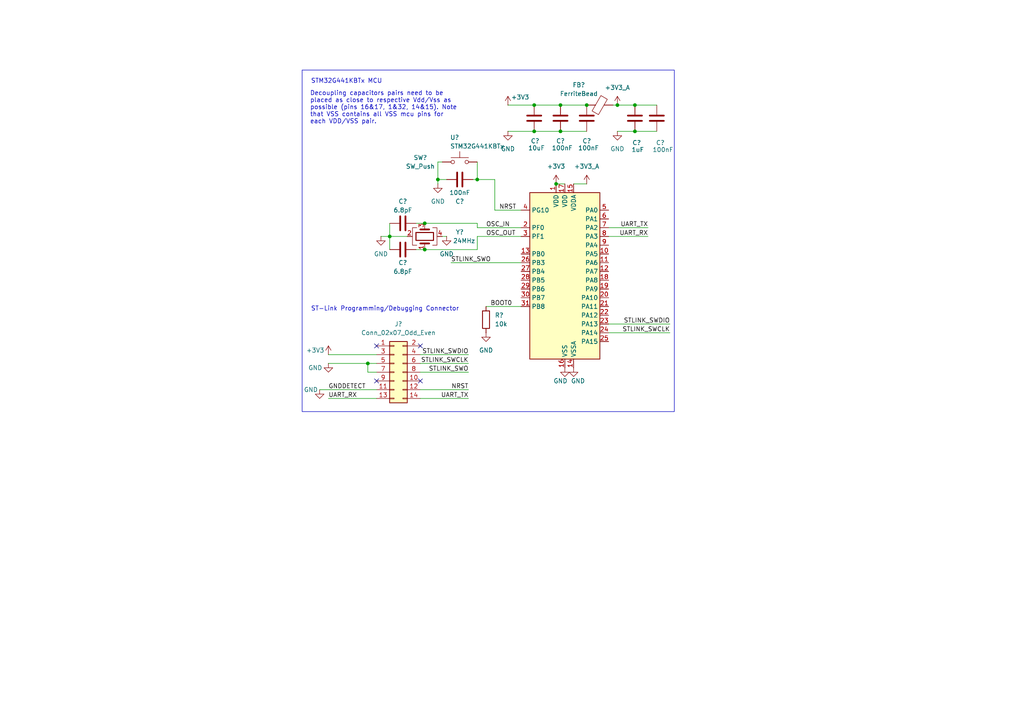
<source format=kicad_sch>
(kicad_sch (version 20250114) (generator "eeschema") (generator_version "9.0")
  (paper "A4")
  (lib_symbols
    (symbol "Connector_Generic:Conn_02x07_Odd_Even" (pin_names (offset 1.016) (hide yes))
      (property "Reference" "J" (at 1.27 10.16 0))
      (property "Value" "Conn_02x07_Odd_Even" (at 1.27 -10.16 0))
      (symbol "Conn_02x07_Odd_Even_1_1"
        (rectangle (start -1.27 8.89) (end 3.81 -8.89) (stroke (width 0.254)) (fill (type background)))
        (rectangle (start -1.27 7.747) (end 0 7.493) (stroke (width 0.1524)))
        (rectangle (start -1.27 5.207) (end 0 4.953) (stroke (width 0.1524)))
        (rectangle (start -1.27 2.667) (end 0 2.413) (stroke (width 0.1524)))
        (rectangle (start -1.27 0.127) (end 0 -0.127) (stroke (width 0.1524)))
        (rectangle (start -1.27 -2.413) (end 0 -2.667) (stroke (width 0.1524)))
        (rectangle (start -1.27 -4.953) (end 0 -5.207) (stroke (width 0.1524)))
        (rectangle (start -1.27 -7.493) (end 0 -7.747) (stroke (width 0.1524)))
        (rectangle (start 3.81 7.747) (end 2.54 7.493) (stroke (width 0.1524)))
        (rectangle (start 3.81 5.207) (end 2.54 4.953) (stroke (width 0.1524)))
        (rectangle (start 3.81 2.667) (end 2.54 2.413) (stroke (width 0.1524)))
        (rectangle (start 3.81 0.127) (end 2.54 -0.127) (stroke (width 0.1524)))
        (rectangle (start 3.81 -2.413) (end 2.54 -2.667) (stroke (width 0.1524)))
        (rectangle (start 3.81 -4.953) (end 2.54 -5.207) (stroke (width 0.1524)))
        (rectangle (start 3.81 -7.493) (end 2.54 -7.747) (stroke (width 0.1524)))
        (pin passive line (at -5.08 7.62 0) (length 3.81) (name "Pin_1") (number "1"))
        (pin passive line (at -5.08 5.08 0) (length 3.81) (name "Pin_3") (number "3"))
        (pin passive line (at -5.08 2.54 0) (length 3.81) (name "Pin_5") (number "5"))
        (pin passive line (at -5.08 0 0) (length 3.81) (name "Pin_7") (number "7"))
        (pin passive line (at -5.08 -2.54 0) (length 3.81) (name "Pin_9") (number "9"))
        (pin passive line (at -5.08 -5.08 0) (length 3.81) (name "Pin_11") (number "11"))
        (pin passive line (at -5.08 -7.62 0) (length 3.81) (name "Pin_13") (number "13"))
        (pin passive line (at 7.62 7.62 180) (length 3.81) (name "Pin_2") (number "2"))
        (pin passive line (at 7.62 5.08 180) (length 3.81) (name "Pin_4") (number "4"))
        (pin passive line (at 7.62 2.54 180) (length 3.81) (name "Pin_6") (number "6"))
        (pin passive line (at 7.62 0 180) (length 3.81) (name "Pin_8") (number "8"))
        (pin passive line (at 7.62 -2.54 180) (length 3.81) (name "Pin_10") (number "10"))
        (pin passive line (at 7.62 -5.08 180) (length 3.81) (name "Pin_12") (number "12"))
        (pin passive line (at 7.62 -7.62 180) (length 3.81) (name "Pin_14") (number "14"))
      )
    )
    (symbol "Device:C" (pin_numbers (hide yes)) (pin_names (offset 0.254))
      (property "Reference" "C" (at 0.635 2.54 0))
      (property "Value" "C" (at 0.635 -2.54 0))
      (symbol "C_0_1"
        (polyline (pts (xy -2.032 0.762) (xy 2.032 0.762)) (stroke (width 0.508)))
        (polyline (pts (xy -2.032 -0.762) (xy 2.032 -0.762)) (stroke (width 0.508)))
      )
      (symbol "C_1_1"
        (pin passive line (at 0 3.81 270) (length 2.794) (name "~") (number "1"))
        (pin passive line (at 0 -3.81 90) (length 2.794) (name "~") (number "2"))
      )
    )
    (symbol "Device:Crystal_GND24" (pin_names (offset 1.016) (hide yes))
      (property "Reference" "Y" (at 3.175 5.08 0))
      (property "Value" "Crystal_GND24" (at 3.175 3.175 0))
      (symbol "Crystal_GND24_0_1"
        (polyline (pts (xy -2.54 2.286) (xy -2.54 3.556) (xy 2.54 3.556) (xy 2.54 2.286)))
        (polyline (pts (xy -2.54 0) (xy -2.032 0)))
        (polyline (pts (xy -2.54 -2.286) (xy -2.54 -3.556) (xy 2.54 -3.556) (xy 2.54 -2.286)))
        (polyline (pts (xy -2.032 -1.27) (xy -2.032 1.27)) (stroke (width 0.508)))
        (rectangle (start -1.143 2.54) (end 1.143 -2.54) (stroke (width 0.3048)))
        (polyline (pts (xy 0 3.556) (xy 0 3.81)))
        (polyline (pts (xy 0 -3.81) (xy 0 -3.556)))
        (polyline (pts (xy 2.032 0) (xy 2.54 0)))
        (polyline (pts (xy 2.032 -1.27) (xy 2.032 1.27)) (stroke (width 0.508)))
      )
      (symbol "Crystal_GND24_1_1"
        (pin passive line (at -3.81 0 0) (length 1.27) (name "1") (number "1"))
        (pin passive line (at 0 5.08 270) (length 1.27) (name "2") (number "2"))
        (pin passive line (at 0 -5.08 90) (length 1.27) (name "4") (number "4"))
        (pin passive line (at 3.81 0 180) (length 1.27) (name "3") (number "3"))
      )
    )
    (symbol "Device:FerriteBead" (pin_numbers (hide yes)) (pin_names (offset 0))
      (property "Reference" "FB" (at -3.81 0.635 90))
      (property "Value" "FerriteBead" (at 3.81 0 90))
      (symbol "FerriteBead_0_1"
        (polyline (pts (xy -2.7686 0.4064) (xy -1.7018 2.2606) (xy 2.7686 -0.3048) (xy 1.6764 -2.159) (xy -2.7686 0.4064)))
        (polyline (pts (xy 0 1.27) (xy 0 1.2954)))
        (polyline (pts (xy 0 -1.27) (xy 0 -1.2192)))
      )
      (symbol "FerriteBead_1_1"
        (pin passive line (at 0 3.81 270) (length 2.54) (name "~") (number "1"))
        (pin passive line (at 0 -3.81 90) (length 2.54) (name "~") (number "2"))
      )
    )
    (symbol "Device:R" (pin_numbers (hide yes)) (pin_names (offset 0))
      (property "Reference" "R" (at 2.032 0 90))
      (property "Value" "R" (at 0 0 90))
      (symbol "R_0_1"
        (rectangle (start -1.016 -2.54) (end 1.016 2.54) (stroke (width 0.254)))
      )
      (symbol "R_1_1"
        (pin passive line (at 0 3.81 270) (length 1.27) (name "~") (number "1"))
        (pin passive line (at 0 -3.81 90) (length 1.27) (name "~") (number "2"))
      )
    )
    (symbol "MCU_ST_STM32G4:STM32G441KBTx"
      (property "Reference" "U" (at -10.16 26.67 0))
      (property "Value" "STM32G441KBTx" (at 5.08 26.67 0))
      (symbol "STM32G441KBTx_0_1"
        (rectangle (start -10.16 -22.86) (end 10.16 25.4) (stroke (width 0.254)) (fill (type background)))
      )
      (symbol "STM32G441KBTx_1_1"
        (pin bidirectional line (at -12.7 20.32 0) (length 2.54) (name "PG10") (number "4"))
        (pin bidirectional line (at -12.7 15.24 0) (length 2.54) (name "PF0") (number "2"))
        (pin bidirectional line (at -12.7 12.7 0) (length 2.54) (name "PF1") (number "3"))
        (pin bidirectional line (at -12.7 7.62 0) (length 2.54) (name "PB0") (number "13"))
        (pin bidirectional line (at -12.7 5.08 0) (length 2.54) (name "PB3") (number "26"))
        (pin bidirectional line (at -12.7 2.54 0) (length 2.54) (name "PB4") (number "27"))
        (pin bidirectional line (at -12.7 0 0) (length 2.54) (name "PB5") (number "28"))
        (pin bidirectional line (at -12.7 -2.54 0) (length 2.54) (name "PB6") (number "29"))
        (pin bidirectional line (at -12.7 -5.08 0) (length 2.54) (name "PB7") (number "30"))
        (pin bidirectional line (at -12.7 -7.62 0) (length 2.54) (name "PB8") (number "31"))
        (pin power_in line (at -2.54 27.94 270) (length 2.54) (name "VDD") (number "1"))
        (pin power_in line (at 0 27.94 270) (length 2.54) (name "VDD") (number "17"))
        (pin power_in line (at 0 -25.4 90) (length 2.54) (name "VSS") (number "16"))
        (pin passive line (at 0 -25.4 90) (length 2.54) (hide yes) (name "VSS") (number "32"))
        (pin power_in line (at 2.54 27.94 270) (length 2.54) (name "VDDA") (number "15"))
        (pin power_in line (at 2.54 -25.4 90) (length 2.54) (name "VSSA") (number "14"))
        (pin bidirectional line (at 12.7 20.32 180) (length 2.54) (name "PA0") (number "5"))
        (pin bidirectional line (at 12.7 17.78 180) (length 2.54) (name "PA1") (number "6"))
        (pin bidirectional line (at 12.7 15.24 180) (length 2.54) (name "PA2") (number "7"))
        (pin bidirectional line (at 12.7 12.7 180) (length 2.54) (name "PA3") (number "8"))
        (pin bidirectional line (at 12.7 10.16 180) (length 2.54) (name "PA4") (number "9"))
        (pin bidirectional line (at 12.7 7.62 180) (length 2.54) (name "PA5") (number "10"))
        (pin bidirectional line (at 12.7 5.08 180) (length 2.54) (name "PA6") (number "11"))
        (pin bidirectional line (at 12.7 2.54 180) (length 2.54) (name "PA7") (number "12"))
        (pin bidirectional line (at 12.7 0 180) (length 2.54) (name "PA8") (number "18"))
        (pin bidirectional line (at 12.7 -2.54 180) (length 2.54) (name "PA9") (number "19"))
        (pin bidirectional line (at 12.7 -5.08 180) (length 2.54) (name "PA10") (number "20"))
        (pin bidirectional line (at 12.7 -7.62 180) (length 2.54) (name "PA11") (number "21"))
        (pin bidirectional line (at 12.7 -10.16 180) (length 2.54) (name "PA12") (number "22"))
        (pin bidirectional line (at 12.7 -12.7 180) (length 2.54) (name "PA13") (number "23"))
        (pin bidirectional line (at 12.7 -15.24 180) (length 2.54) (name "PA14") (number "24"))
        (pin bidirectional line (at 12.7 -17.78 180) (length 2.54) (name "PA15") (number "25"))
      )
    )
    (symbol "Switch:SW_Push" (pin_numbers (hide yes)) (pin_names (offset 1.016) (hide yes))
      (property "Reference" "SW" (at 1.27 2.54 0))
      (property "Value" "SW_Push" (at 0 -1.524 0))
      (symbol "SW_Push_0_1"
        (circle (center -2.032 0) (radius 0.508))
        (polyline (pts (xy 0 1.27) (xy 0 3.048)))
        (circle (center 2.032 0) (radius 0.508))
        (polyline (pts (xy 2.54 1.27) (xy -2.54 1.27)))
        (pin passive line (at -5.08 0 0) (length 2.54) (name "1") (number "1"))
        (pin passive line (at 5.08 0 180) (length 2.54) (name "2") (number "2"))
      )
    )
    (symbol "power:+3V3" (power) (pin_numbers (hide yes)) (pin_names (offset 0) (hide yes))
      (property "Value" "+3V3" (at 0 3.556 0))
      (symbol "+3V3_0_1"
        (polyline (pts (xy -0.762 1.27) (xy 0 2.54)))
        (polyline (pts (xy 0 2.54) (xy 0.762 1.27)))
        (polyline (pts (xy 0 0) (xy 0 2.54)))
      )
      (symbol "+3V3_1_1"
        (pin power_in line (at 0 0 90) (length 0) (name "~") (number "1"))
      )
    )
    (symbol "power:GND" (power) (pin_numbers (hide yes)) (pin_names (offset 0) (hide yes))
      (property "Value" "GND" (at 0 -3.81 0))
      (symbol "GND_0_1"
        (polyline (pts (xy 0 0) (xy 0 -1.27) (xy 1.27 -1.27) (xy 0 -2.54) (xy -1.27 -1.27) (xy 0 -1.27)))
      )
      (symbol "GND_1_1"
        (pin power_in line (at 0 0 270) (length 0) (name "~") (number "1"))
      )
    )
  )
  (rectangle (start 87.63 20.32) (end 195.58 119.38))
  (text "STM32G441KBTx MCU" (at 90.17 22.86 0) (effects (font (size 1.27 1.27)) (justify left top)))
  (text "Decoupling capacitors pairs need to be\nplaced as close to respective Vdd/Vss as\npossible (pins 16&17, 1&32, 14&15). Note\nthat VSS contains all VSS mcu pins for\neach VDD/VSS pair." (at 89.916 31.242 0) (effects (font (size 1.27 1.27)) (justify left)))
  (text "ST-Link Programming/Debugging Connector" (at 90.17 88.9 0) (effects (font (size 1.27 1.27)) (justify left top)))
  (junction (at 184.15 38.1))
  (junction (at 106.68 105.41))
  (junction (at 138.43 52.07))
  (junction (at 123.19 64.77))
  (junction (at 162.56 38.1))
  (junction (at 170.18 30.48))
  (junction (at 154.94 30.48))
  (junction (at 154.94 38.1))
  (junction (at 184.15 30.48))
  (junction (at 123.19 72.39))
  (junction (at 161.29 53.34))
  (junction (at 113.03 68.58))
  (junction (at 127 52.07))
  (junction (at 162.56 30.48))
  (junction (at 179.07 30.48))
  (no_connect (at 109.22 110.49))
  (no_connect (at 109.22 100.33))
  (no_connect (at 121.92 110.49))
  (no_connect (at 121.92 100.33))
  (wire (pts (xy 109.22 107.95) (xy 106.68 107.95)))
  (wire (pts (xy 110.49 68.58) (xy 113.03 68.58)))
  (wire (pts (xy 176.53 68.58) (xy 187.96 68.58)))
  (wire (pts (xy 176.53 96.52) (xy 194.31 96.52)))
  (wire (pts (xy 127 53.34) (xy 127 52.07)))
  (wire (pts (xy 92.71 113.03) (xy 109.22 113.03)))
  (wire (pts (xy 138.43 72.39) (xy 138.43 68.58)))
  (wire (pts (xy 176.53 66.04) (xy 187.96 66.04)))
  (wire (pts (xy 162.56 38.1) (xy 170.18 38.1)))
  (wire (pts (xy 127 52.07) (xy 129.54 52.07)))
  (wire (pts (xy 121.92 107.95) (xy 135.89 107.95)))
  (wire (pts (xy 147.32 30.48) (xy 154.94 30.48)))
  (wire (pts (xy 147.32 38.1) (xy 154.94 38.1)))
  (wire (pts (xy 121.92 113.03) (xy 135.89 113.03)))
  (wire (pts (xy 127 46.99) (xy 127 52.07)))
  (wire (pts (xy 121.92 102.87) (xy 135.89 102.87)))
  (wire (pts (xy 123.19 64.77) (xy 138.43 64.77)))
  (wire (pts (xy 143.51 60.96) (xy 151.13 60.96)))
  (wire (pts (xy 138.43 64.77) (xy 138.43 66.04)))
  (wire (pts (xy 162.56 30.48) (xy 170.18 30.48)))
  (wire (pts (xy 128.27 68.58) (xy 129.54 68.58)))
  (wire (pts (xy 137.16 52.07) (xy 138.43 52.07)))
  (wire (pts (xy 154.94 38.1) (xy 162.56 38.1)))
  (wire (pts (xy 113.03 68.58) (xy 118.11 68.58)))
  (wire (pts (xy 113.03 68.58) (xy 113.03 72.39)))
  (wire (pts (xy 179.07 30.48) (xy 184.15 30.48)))
  (wire (pts (xy 138.43 46.99) (xy 138.43 52.07)))
  (wire (pts (xy 106.68 107.95) (xy 106.68 105.41)))
  (wire (pts (xy 135.89 105.41) (xy 121.92 105.41)))
  (wire (pts (xy 130.81 76.2) (xy 151.13 76.2)))
  (wire (pts (xy 161.29 53.34) (xy 163.83 53.34)))
  (wire (pts (xy 138.43 68.58) (xy 151.13 68.58)))
  (wire (pts (xy 120.65 72.39) (xy 123.19 72.39)))
  (wire (pts (xy 154.94 30.48) (xy 162.56 30.48)))
  (wire (pts (xy 184.15 38.1) (xy 190.5 38.1)))
  (wire (pts (xy 95.25 102.87) (xy 109.22 102.87)))
  (wire (pts (xy 179.07 38.1) (xy 184.15 38.1)))
  (wire (pts (xy 95.25 105.41) (xy 106.68 105.41)))
  (wire (pts (xy 140.97 88.9) (xy 151.13 88.9)))
  (wire (pts (xy 177.8 30.48) (xy 179.07 30.48)))
  (wire (pts (xy 138.43 66.04) (xy 151.13 66.04)))
  (wire (pts (xy 143.51 52.07) (xy 138.43 52.07)))
  (wire (pts (xy 106.68 105.41) (xy 109.22 105.41)))
  (wire (pts (xy 109.22 115.57) (xy 95.25 115.57)))
  (wire (pts (xy 121.92 115.57) (xy 135.89 115.57)))
  (wire (pts (xy 166.37 53.34) (xy 170.18 53.34)))
  (wire (pts (xy 127 46.99) (xy 128.27 46.99)))
  (wire (pts (xy 123.19 72.39) (xy 138.43 72.39)))
  (wire (pts (xy 120.65 64.77) (xy 123.19 64.77)))
  (wire (pts (xy 184.15 30.48) (xy 190.5 30.48)))
  (wire (pts (xy 143.51 60.96) (xy 143.51 52.07)))
  (wire (pts (xy 176.53 93.98) (xy 194.31 93.98)))
  (wire (pts (xy 113.03 64.77) (xy 113.03 68.58)))
  (label "UART_RX" (at 187.96 68.58 180))
  (label "STLINK_SWCLK" (at 194.31 96.52 180))
  (label "STLINK_SWO" (at 130.81 76.2 0))
  (label "UART_RX" (at 95.25 115.57 0))
  (label "BOOT0" (at 142.24 88.9 0))
  (label "STLINK_SWO" (at 135.89 107.95 180))
  (label "STLINK_SWDIO" (at 135.89 102.87 180))
  (label "UART_TX" (at 135.89 115.57 180))
  (label "GNDDETECT" (at 95.25 113.03 0))
  (label "STLINK_SWCLK" (at 135.89 105.41 180))
  (label "STLINK_SWDIO" (at 194.31 93.98 180))
  (label "NRST" (at 144.78 60.96 0))
  (label "OSC_IN" (at 140.97 66.04 0))
  (label "NRST" (at 135.89 113.03 180))
  (label "UART_TX" (at 187.96 66.04 180))
  (label "OSC_OUT" (at 140.97 68.58 0))
  (symbol (lib_id "power:GND") (at 127 53.34 0) (unit 1)
    (property "Reference" "#PWR?" (effects (hide yes)))
    (property "Value" "GND" (at 127 58.42 0))
    (property "Description" "Power symbol creates a global label with name \"GND\" , ground" (effects (hide yes)))
  )
  (symbol (lib_id "Device:Crystal_GND24") (at 123.19 68.58 90) (unit 1)
    (property "Reference" "Y?" (at 133.35 67.31 90))
    (property "Value" "24MHz" (at 134.62 69.85 90))
    (property "Footprint" "Crystal:Crystal_SMD_2016-4Pin_2.0x1.6mm" (effects (hide yes)))
    (property "Datasheet" "https://ecsxtal.com/store/pdf/ECX-1637B.pdf" (effects (hide yes)))
    (property "Description" "Four pin crystal, GND on pins 2 and 4" (effects (hide yes)))
    (property "Digi PN" "XC3063CT-ND" (effects (hide yes)))
    (property "MFG" "ECS" (effects (hide yes)))
    (property "MFG PN" "ECS-240-8-37B-CKY-TR" (effects (hide yes)))
  )
  (symbol (lib_id "MCU_ST_STM32G4:STM32G441KBTx") (at 163.83 81.28 0) (unit 1)
    (property "Reference" "U?" (at 130.556 39.878 0) (effects (justify left)))
    (property "Value" "STM32G441KBTx" (at 130.556 42.418 0) (effects (justify left)))
    (property "Footprint" "Package_QFP:LQFP-32_7x7mm_P0.8mm" (effects (hide yes)))
    (property "Datasheet" "https://www.st.com/resource/en/datasheet/stm32g441kb.pdf" (effects (hide yes)))
    (property "Description" "STMicroelectronics Arm Cortex-M4 MCU, 128KB flash, 32KB RAM, 170 MHz, 1.71-3.6V, 26 GPIO, LQFP32" (effects (hide yes)))
    (property "Digi PN" "497-STM32G441KBT6-ND" (effects (hide yes)))
    (property "MFG" "STM" (effects (hide yes)))
    (property "MFG PN" "STM32G441KBT6" (effects (hide yes)))
  )
  (symbol (lib_id "power:+3V3") (at 95.25 102.87 0) (unit 1)
    (property "Reference" "#PWR?" (effects (hide yes)))
    (property "Value" "+3V3" (at 91.44 101.6 0))
    (property "Description" "Power symbol creates a global label with name \"+3V3\"" (effects (hide yes)))
  )
  (symbol (lib_id "Device:C") (at 162.56 34.29 0) (mirror x) (unit 1)
    (property "Reference" "C?" (at 161.29 40.894 0) (effects (justify left)))
    (property "Value" "100nF" (at 160.02 42.926 0) (effects (justify left)))
    (property "Footprint" "Capacitor_SMD:C_0805_2012Metric_Pad1.18x1.45mm_HandSolder" (effects (hide yes)))
    (property "Datasheet" "https://www.yageo.com/upload/media/product/productsearch/datasheet/mlcc/UPY-GPHC_X7R_6.3V-to-250V_24.pdf" (effects (hide yes)))
    (property "Description" "Unpolarized capacitor" (effects (hide yes)))
    (property "Digi PN" "311-1140-1-ND" (effects (hide yes)))
    (property "MFG" "Yageo" (effects (hide yes)))
    (property "MFG PN" "CC0805KRX7R9BB104" (effects (hide yes)))
  )
  (symbol (lib_id "power:GND") (at 92.71 113.03 0) (unit 1)
    (property "Reference" "#PWR?" (effects (hide yes)))
    (property "Value" "GND" (at 90.17 113.03 0))
    (property "Description" "Power symbol creates a global label with name \"GND\" , ground" (effects (hide yes)))
  )
  (symbol (lib_id "power:GND") (at 95.25 105.41 0) (unit 1)
    (property "Reference" "#PWR?" (effects (hide yes)))
    (property "Value" "GND" (at 91.44 106.68 0))
    (property "Description" "Power symbol creates a global label with name \"GND\" , ground" (effects (hide yes)))
  )
  (symbol (lib_id "Device:C") (at 154.94 34.29 0) (mirror x) (unit 1)
    (property "Reference" "C?" (at 153.924 40.894 0) (effects (justify left)))
    (property "Value" "10uF" (at 153.162 42.926 0) (effects (justify left)))
    (property "Footprint" "Capacitor_SMD:C_0805_2012Metric_Pad1.18x1.45mm_HandSolder" (effects (hide yes)))
    (property "Datasheet" "https://mm.digikey.com/Volume0/opasdata/d220001/medias/docus/658/CL21A106KOQNNNG_Spec.pdf" (effects (hide yes)))
    (property "Description" "Unpolarized capacitor" (effects (hide yes)))
    (property "Digi PN" "1276-6455-1-ND" (effects (hide yes)))
    (property "MFG" "Samsung Electro-Mechanics" (effects (hide yes)))
    (property "MFG PN" "CL21A106KOQNNNG" (effects (hide yes)))
  )
  (symbol (lib_id "power:GND") (at 140.97 96.52 0) (mirror y) (unit 1)
    (property "Reference" "#PWR?" (effects (hide yes)))
    (property "Value" "GND" (at 140.97 101.6 0))
    (property "Description" "Power symbol creates a global label with name \"GND\" , ground" (effects (hide yes)))
  )
  (symbol (lib_id "Connector_Generic:Conn_02x07_Odd_Even") (at 114.3 107.95 0) (unit 1)
    (property "Reference" "J?" (at 115.57 93.98 0))
    (property "Value" "Conn_02x07_Odd_Even" (at 115.57 96.52 0))
    (property "Footprint" "Connector_PinHeader_1.27mm:PinHeader_2x07_P1.27mm_Vertical_SMD" (effects (hide yes)))
    (property "Datasheet" "https://mm.digikey.com/Volume0/opasdata/d220001/medias/docus/6209/ftsh-1xx-xx-xxx-dv-xxx-xxx-x-xx-mkt.pdf" (effects (hide yes)))
    (property "Description" "Generic connector, double row, 02x07, odd/even pin numbering scheme (row 1 odd numbers, row 2 even numbers), script generated (kicad-library-utils/schlib/autogen/connector/)" (effects (hide yes)))
    (property "MFG PN" "FTSH-107-01-F-DV-K-P-TR" (effects (hide yes)))
    (property "Digi PN" "SAM13170CT-ND" (effects (hide yes)))
  )
  (symbol (lib_id "power:GND") (at 179.07 38.1 0) (unit 1)
    (property "Reference" "#PWR?" (effects (hide yes)))
    (property "Value" "GND" (at 179.07 43.18 0))
    (property "Description" "Power symbol creates a global label with name \"GND\" , ground" (effects (hide yes)))
  )
  (symbol (lib_id "power:+3V3") (at 147.32 30.48 0) (unit 1)
    (property "Reference" "#PWR?" (effects (hide yes)))
    (property "Value" "+3V3" (at 150.876 28.194 0))
    (property "Description" "Power symbol creates a global label with name \"+3V3\"" (effects (hide yes)))
  )
  (symbol (lib_id "power:GND") (at 166.37 106.68 0) (unit 1)
    (property "Reference" "#PWR?" (effects (hide yes)))
    (property "Value" "GND" (at 167.64 110.49 0))
    (property "Description" "Power symbol creates a global label with name \"GND\" , ground" (effects (hide yes)))
  )
  (symbol (lib_id "power:GND") (at 163.83 106.68 0) (unit 1)
    (property "Reference" "#PWR?" (effects (hide yes)))
    (property "Value" "GND" (at 162.56 110.49 0))
    (property "Description" "Power symbol creates a global label with name \"GND\" , ground" (effects (hide yes)))
  )
  (symbol (lib_id "Device:C") (at 184.15 34.29 0) (unit 1)
    (property "Reference" "C?" (at 183.388 41.402 0) (effects (justify left)))
    (property "Value" "1uF" (at 183.134 43.434 0) (effects (justify left)))
    (property "Footprint" "Capacitor_SMD:C_0805_2012Metric_Pad1.18x1.45mm_HandSolder" (effects (hide yes)))
    (property "Datasheet" "https://mm.digikey.com/Volume0/opasdata/d220001/medias/docus/609/CL21B105KBFNNNE_Spec.pdf" (effects (hide yes)))
    (property "Description" "Unpolarized capacitor" (effects (hide yes)))
    (property "Digi PN" "1276-1029-1-ND" (effects (hide yes)))
    (property "MFG" "Samsung Electro-Mechanics" (effects (hide yes)))
    (property "MFG PN" "CL21B105KBFNNNE" (effects (hide yes)))
  )
  (symbol (lib_id "Device:C") (at 190.5 34.29 0) (unit 1)
    (property "Reference" "C?" (at 190.246 41.402 0) (effects (justify left)))
    (property "Value" "100nF" (at 189.23 43.434 0) (effects (justify left)))
    (property "Footprint" "Capacitor_SMD:C_0805_2012Metric_Pad1.18x1.45mm_HandSolder" (effects (hide yes)))
    (property "Datasheet" "https://www.yageo.com/upload/media/product/productsearch/datasheet/mlcc/UPY-GPHC_X7R_6.3V-to-250V_24.pdf" (effects (hide yes)))
    (property "Description" "Unpolarized capacitor" (effects (hide yes)))
    (property "Digi PN" "311-1140-1-ND" (effects (hide yes)))
    (property "MFG" "Yageo" (effects (hide yes)))
    (property "MFG PN" "CC0805KRX7R9BB104" (effects (hide yes)))
  )
  (symbol (lib_id "Device:C") (at 116.84 72.39 270) (unit 1)
    (property "Reference" "C?" (at 116.84 76.2 90))
    (property "Value" "6.8pF" (at 116.84 78.74 90))
    (property "Footprint" "Capacitor_SMD:C_0805_2012Metric_Pad1.18x1.45mm_HandSolder" (effects (hide yes)))
    (property "Datasheet" "https://www.yageo.com/en/Chart/Download/pdf/CC0805DRNPO9BN6R8" (effects (hide yes)))
    (property "Description" "Unpolarized capacitor" (effects (hide yes)))
    (property "Digi PN" "311-4155-1-ND" (effects (hide yes)))
    (property "MFG" "Yageo" (effects (hide yes)))
    (property "MFG PN" "CC0805DRNPO9BN6R8" (effects (hide yes)))
  )
  (symbol (lib_id "Device:C") (at 133.35 52.07 90) (mirror x) (unit 1)
    (property "Reference" "C?" (at 133.35 58.42 90))
    (property "Value" "100nF" (at 133.35 55.88 90))
    (property "Footprint" "Capacitor_SMD:C_0805_2012Metric_Pad1.18x1.45mm_HandSolder" (effects (hide yes)))
    (property "Datasheet" "https://www.yageo.com/upload/media/product/productsearch/datasheet/mlcc/UPY-GPHC_X7R_6.3V-to-250V_24.pdf" (effects (hide yes)))
    (property "Description" "Unpolarized capacitor" (effects (hide yes)))
    (property "Digi PN" "311-1140-1-ND" (effects (hide yes)))
    (property "MFG" "Yageo" (effects (hide yes)))
    (property "MFG PN" "CC0805KRX7R9BB104" (effects (hide yes)))
  )
  (symbol (lib_id "Device:C") (at 116.84 64.77 270) (unit 1)
    (property "Reference" "C?" (at 116.84 58.42 90))
    (property "Value" "6.8pF" (at 116.84 60.96 90))
    (property "Footprint" "Capacitor_SMD:C_0805_2012Metric_Pad1.18x1.45mm_HandSolder" (effects (hide yes)))
    (property "Datasheet" "https://www.yageo.com/en/Chart/Download/pdf/CC0805DRNPO9BN6R8" (effects (hide yes)))
    (property "Description" "Unpolarized capacitor" (effects (hide yes)))
    (property "Digi PN" "311-4155-1-ND" (effects (hide yes)))
    (property "MFG" "Yageo" (effects (hide yes)))
    (property "MFG PN" "CC0805DRNPO9BN6R8" (effects (hide yes)))
  )
  (symbol (lib_id "power:GND") (at 110.49 68.58 0) (unit 1)
    (property "Reference" "#PWR?" (effects (hide yes)))
    (property "Value" "GND" (at 110.49 73.66 0))
    (property "Description" "Power symbol creates a global label with name \"GND\" , ground" (effects (hide yes)))
  )
  (symbol (lib_id "power:GND") (at 147.32 38.1 0) (unit 1)
    (property "Reference" "#PWR?" (effects (hide yes)))
    (property "Value" "GND" (at 147.32 43.18 0))
    (property "Description" "Power symbol creates a global label with name \"GND\" , ground" (effects (hide yes)))
  )
  (symbol (lib_id "power:GND") (at 129.54 68.58 0) (unit 1)
    (property "Reference" "#PWR?" (effects (hide yes)))
    (property "Value" "GND" (at 129.54 73.66 0))
    (property "Description" "Power symbol creates a global label with name \"GND\" , ground" (effects (hide yes)))
  )
  (symbol (lib_id "Device:R") (at 140.97 92.71 0) (unit 1)
    (property "Reference" "R?" (at 143.51 91.4399 0) (effects (justify left)))
    (property "Value" "10k" (at 143.51 93.9799 0) (effects (justify left)))
    (property "Footprint" "Resistor_SMD:R_0805_2012Metric_Pad1.20x1.40mm_HandSolder" (effects (hide yes)))
    (property "Datasheet" "https://www.yageo.com/upload/media/product/productsearch/datasheet/rchip/PYu-AC_51_RoHS_L_11.pdf" (effects (hide yes)))
    (property "Description" "Resistor" (effects (hide yes)))
    (property "Digi PN" "311-10KLGCT-ND" (effects (hide yes)))
    (property "MFG" "Yageo" (effects (hide yes)))
    (property "MFG PN" "AC0805FR-0710KL" (effects (hide yes)))
  )
  (symbol (lib_id "Switch:SW_Push") (at 133.35 46.99 0) (unit 1)
    (property "Reference" "SW?" (at 121.92 45.72 0))
    (property "Value" "SW_Push" (at 121.92 48.26 0))
    (property "Footprint" "Button_Switch_SMD:SW_SPST_PTS647_Sx38" (effects (hide yes)))
    (property "Datasheet" "https://www.ckswitches.com/media/2567/pts647.pdf" (effects (hide yes)))
    (property "Description" "Push button switch, generic, two pins" (effects (hide yes)))
    (property "Digi PN" "PTS647SK38SMTR2LFSCT-ND" (effects (hide yes)))
    (property "MFG" "C&K" (effects (hide yes)))
    (property "MFG PN" "PTS647SK38SMTR2 LFS" (effects (hide yes)))
  )
  (symbol (lib_id "Device:FerriteBead") (at 173.99 30.48 90) (unit 1)
    (property "Reference" "FB?" (at 167.894 24.638 90))
    (property "Value" "FerriteBead" (at 167.894 27.178 90))
    (property "Footprint" "Inductor_SMD:L_0201_0603Metric_Pad0.64x0.40mm_HandSolder" (effects (hide yes)))
    (property "Datasheet" "https://mm.digikey.com/Volume0/opasdata/d220001/medias/docus/6383/FCM%20Series.pdf" (effects (hide yes)))
    (property "Description" "Ferrite bead" (effects (hide yes)))
    (property "Digi PN" "4816-FCM1608KF-601T03CT-ND" (effects (hide yes)))
    (property "MFG" "TAI-TECH Advanced Electronics Co., Ltd." (effects (hide yes)))
    (property "MFG PN" "FCM 1608KF-601T03" (effects (hide yes)))
  )
  (symbol (lib_id "power:+3V3") (at 161.29 53.34 0) (unit 1)
    (property "Reference" "#PWR?" (effects (hide yes)))
    (property "Value" "+3V3" (at 161.29 48.26 0))
    (property "Description" "Power symbol creates a global label with name \"+3V3\"" (effects (hide yes)))
  )
  (symbol (lib_id "power:+3V3") (at 179.07 30.48 0) (unit 1)
    (property "Reference" "#PWR?" (effects (hide yes)))
    (property "Value" "+3V3_A" (at 179.07 25.4 0))
    (property "Description" "Power symbol creates a global label with name \"+3V3_A\"" (effects (hide yes)))
  )
  (symbol (lib_id "power:+3V3") (at 170.18 53.34 0) (unit 1)
    (property "Reference" "#PWR?" (effects (hide yes)))
    (property "Value" "+3V3_A" (at 170.18 48.26 0))
    (property "Description" "Power symbol creates a global label with name \"+3V3_A\"" (effects (hide yes)))
  )
  (symbol (lib_id "Device:C") (at 170.18 34.29 0) (mirror x) (unit 1)
    (property "Reference" "C?" (at 168.91 40.894 0) (effects (justify left)))
    (property "Value" "100nF" (at 167.64 42.926 0) (effects (justify left)))
    (property "Footprint" "Capacitor_SMD:C_0805_2012Metric_Pad1.18x1.45mm_HandSolder" (effects (hide yes)))
    (property "Datasheet" "https://www.yageo.com/upload/media/product/productsearch/datasheet/mlcc/UPY-GPHC_X7R_6.3V-to-250V_24.pdf" (effects (hide yes)))
    (property "Description" "Unpolarized capacitor" (effects (hide yes)))
    (property "Digi PN" "311-1140-1-ND" (effects (hide yes)))
    (property "MFG" "Yageo" (effects (hide yes)))
    (property "MFG PN" "CC0805KRX7R9BB104" (effects (hide yes)))
  )
)
</source>
